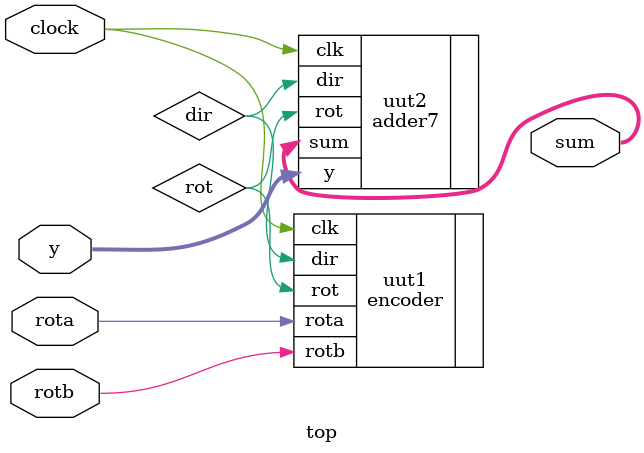
<source format=v>
`timescale 1ns / 1ps
module top(clock,rota,rotb,y,sum);

input clock,rota,rotb;
input [3:0]y;

output [7:0]sum;
wire rot,dir;
wire [7:0]sum;

encoder uut1 (
	.clk(clock),
	.rota(rota),
	.rotb(rotb),
	.rot(rot),
	.dir(dir)
);
adder7 uut2 (
	.y(y),
	.clk(clock),
	.rot(rot),
	.dir(dir),
	.sum(sum)
);


endmodule

</source>
